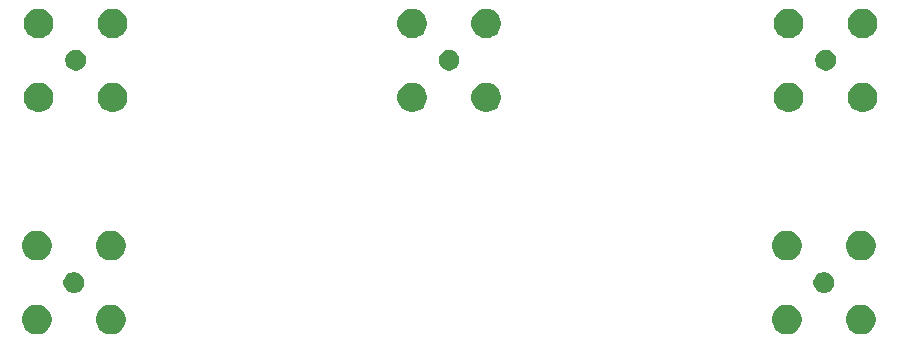
<source format=gbr>
G04 #@! TF.GenerationSoftware,KiCad,Pcbnew,(5.1.5)-3*
G04 #@! TF.CreationDate,2021-02-17T23:25:52-05:00*
G04 #@! TF.ProjectId,AM Bandpass Filter,414d2042-616e-4647-9061-73732046696c,rev?*
G04 #@! TF.SameCoordinates,Original*
G04 #@! TF.FileFunction,Soldermask,Bot*
G04 #@! TF.FilePolarity,Negative*
%FSLAX46Y46*%
G04 Gerber Fmt 4.6, Leading zero omitted, Abs format (unit mm)*
G04 Created by KiCad (PCBNEW (5.1.5)-3) date 2021-02-17 23:25:52*
%MOMM*%
%LPD*%
G04 APERTURE LIST*
%ADD10C,0.100000*%
G04 APERTURE END LIST*
D10*
G36*
X140764903Y-98667075D02*
G01*
X140992571Y-98761378D01*
X141197466Y-98898285D01*
X141371715Y-99072534D01*
X141508622Y-99277429D01*
X141602925Y-99505097D01*
X141651000Y-99746787D01*
X141651000Y-99993213D01*
X141602925Y-100234903D01*
X141508622Y-100462571D01*
X141371715Y-100667466D01*
X141197466Y-100841715D01*
X140992571Y-100978622D01*
X140992570Y-100978623D01*
X140992569Y-100978623D01*
X140764903Y-101072925D01*
X140523214Y-101121000D01*
X140276786Y-101121000D01*
X140035097Y-101072925D01*
X139807431Y-100978623D01*
X139807430Y-100978623D01*
X139807429Y-100978622D01*
X139602534Y-100841715D01*
X139428285Y-100667466D01*
X139291378Y-100462571D01*
X139197075Y-100234903D01*
X139149000Y-99993213D01*
X139149000Y-99746787D01*
X139197075Y-99505097D01*
X139291378Y-99277429D01*
X139428285Y-99072534D01*
X139602534Y-98898285D01*
X139807429Y-98761378D01*
X140035097Y-98667075D01*
X140276786Y-98619000D01*
X140523214Y-98619000D01*
X140764903Y-98667075D01*
G37*
G36*
X134504903Y-98667075D02*
G01*
X134732571Y-98761378D01*
X134937466Y-98898285D01*
X135111715Y-99072534D01*
X135248622Y-99277429D01*
X135342925Y-99505097D01*
X135391000Y-99746787D01*
X135391000Y-99993213D01*
X135342925Y-100234903D01*
X135248622Y-100462571D01*
X135111715Y-100667466D01*
X134937466Y-100841715D01*
X134732571Y-100978622D01*
X134732570Y-100978623D01*
X134732569Y-100978623D01*
X134504903Y-101072925D01*
X134263214Y-101121000D01*
X134016786Y-101121000D01*
X133775097Y-101072925D01*
X133547431Y-100978623D01*
X133547430Y-100978623D01*
X133547429Y-100978622D01*
X133342534Y-100841715D01*
X133168285Y-100667466D01*
X133031378Y-100462571D01*
X132937075Y-100234903D01*
X132889000Y-99993213D01*
X132889000Y-99746787D01*
X132937075Y-99505097D01*
X133031378Y-99277429D01*
X133168285Y-99072534D01*
X133342534Y-98898285D01*
X133547429Y-98761378D01*
X133775097Y-98667075D01*
X134016786Y-98619000D01*
X134263214Y-98619000D01*
X134504903Y-98667075D01*
G37*
G36*
X204264903Y-98667075D02*
G01*
X204492571Y-98761378D01*
X204697466Y-98898285D01*
X204871715Y-99072534D01*
X205008622Y-99277429D01*
X205102925Y-99505097D01*
X205151000Y-99746787D01*
X205151000Y-99993213D01*
X205102925Y-100234903D01*
X205008622Y-100462571D01*
X204871715Y-100667466D01*
X204697466Y-100841715D01*
X204492571Y-100978622D01*
X204492570Y-100978623D01*
X204492569Y-100978623D01*
X204264903Y-101072925D01*
X204023214Y-101121000D01*
X203776786Y-101121000D01*
X203535097Y-101072925D01*
X203307431Y-100978623D01*
X203307430Y-100978623D01*
X203307429Y-100978622D01*
X203102534Y-100841715D01*
X202928285Y-100667466D01*
X202791378Y-100462571D01*
X202697075Y-100234903D01*
X202649000Y-99993213D01*
X202649000Y-99746787D01*
X202697075Y-99505097D01*
X202791378Y-99277429D01*
X202928285Y-99072534D01*
X203102534Y-98898285D01*
X203307429Y-98761378D01*
X203535097Y-98667075D01*
X203776786Y-98619000D01*
X204023214Y-98619000D01*
X204264903Y-98667075D01*
G37*
G36*
X198004903Y-98667075D02*
G01*
X198232571Y-98761378D01*
X198437466Y-98898285D01*
X198611715Y-99072534D01*
X198748622Y-99277429D01*
X198842925Y-99505097D01*
X198891000Y-99746787D01*
X198891000Y-99993213D01*
X198842925Y-100234903D01*
X198748622Y-100462571D01*
X198611715Y-100667466D01*
X198437466Y-100841715D01*
X198232571Y-100978622D01*
X198232570Y-100978623D01*
X198232569Y-100978623D01*
X198004903Y-101072925D01*
X197763214Y-101121000D01*
X197516786Y-101121000D01*
X197275097Y-101072925D01*
X197047431Y-100978623D01*
X197047430Y-100978623D01*
X197047429Y-100978622D01*
X196842534Y-100841715D01*
X196668285Y-100667466D01*
X196531378Y-100462571D01*
X196437075Y-100234903D01*
X196389000Y-99993213D01*
X196389000Y-99746787D01*
X196437075Y-99505097D01*
X196531378Y-99277429D01*
X196668285Y-99072534D01*
X196842534Y-98898285D01*
X197047429Y-98761378D01*
X197275097Y-98667075D01*
X197516786Y-98619000D01*
X197763214Y-98619000D01*
X198004903Y-98667075D01*
G37*
G36*
X137525520Y-95897664D02*
G01*
X137684942Y-95963699D01*
X137828418Y-96059566D01*
X137950434Y-96181582D01*
X138046301Y-96325058D01*
X138112336Y-96484480D01*
X138146000Y-96653721D01*
X138146000Y-96826279D01*
X138112336Y-96995520D01*
X138046301Y-97154942D01*
X137950434Y-97298418D01*
X137828418Y-97420434D01*
X137684942Y-97516301D01*
X137525520Y-97582336D01*
X137440899Y-97599168D01*
X137356280Y-97616000D01*
X137183720Y-97616000D01*
X137099101Y-97599168D01*
X137014480Y-97582336D01*
X136855058Y-97516301D01*
X136711582Y-97420434D01*
X136589566Y-97298418D01*
X136493699Y-97154942D01*
X136427664Y-96995520D01*
X136394000Y-96826279D01*
X136394000Y-96653721D01*
X136427664Y-96484480D01*
X136493699Y-96325058D01*
X136589566Y-96181582D01*
X136711582Y-96059566D01*
X136855058Y-95963699D01*
X137014480Y-95897664D01*
X137183720Y-95864000D01*
X137356280Y-95864000D01*
X137525520Y-95897664D01*
G37*
G36*
X201025520Y-95897664D02*
G01*
X201184942Y-95963699D01*
X201328418Y-96059566D01*
X201450434Y-96181582D01*
X201546301Y-96325058D01*
X201612336Y-96484480D01*
X201646000Y-96653721D01*
X201646000Y-96826279D01*
X201612336Y-96995520D01*
X201546301Y-97154942D01*
X201450434Y-97298418D01*
X201328418Y-97420434D01*
X201184942Y-97516301D01*
X201025520Y-97582336D01*
X200940899Y-97599168D01*
X200856280Y-97616000D01*
X200683720Y-97616000D01*
X200599101Y-97599168D01*
X200514480Y-97582336D01*
X200355058Y-97516301D01*
X200211582Y-97420434D01*
X200089566Y-97298418D01*
X199993699Y-97154942D01*
X199927664Y-96995520D01*
X199894000Y-96826279D01*
X199894000Y-96653721D01*
X199927664Y-96484480D01*
X199993699Y-96325058D01*
X200089566Y-96181582D01*
X200211582Y-96059566D01*
X200355058Y-95963699D01*
X200514480Y-95897664D01*
X200683720Y-95864000D01*
X200856280Y-95864000D01*
X201025520Y-95897664D01*
G37*
G36*
X204264903Y-92407075D02*
G01*
X204492571Y-92501378D01*
X204697466Y-92638285D01*
X204871715Y-92812534D01*
X205008622Y-93017429D01*
X205102925Y-93245097D01*
X205151000Y-93486787D01*
X205151000Y-93733213D01*
X205102925Y-93974903D01*
X205008622Y-94202571D01*
X204871715Y-94407466D01*
X204697466Y-94581715D01*
X204492571Y-94718622D01*
X204492570Y-94718623D01*
X204492569Y-94718623D01*
X204264903Y-94812925D01*
X204023214Y-94861000D01*
X203776786Y-94861000D01*
X203535097Y-94812925D01*
X203307431Y-94718623D01*
X203307430Y-94718623D01*
X203307429Y-94718622D01*
X203102534Y-94581715D01*
X202928285Y-94407466D01*
X202791378Y-94202571D01*
X202697075Y-93974903D01*
X202649000Y-93733213D01*
X202649000Y-93486787D01*
X202697075Y-93245097D01*
X202791378Y-93017429D01*
X202928285Y-92812534D01*
X203102534Y-92638285D01*
X203307429Y-92501378D01*
X203535097Y-92407075D01*
X203776786Y-92359000D01*
X204023214Y-92359000D01*
X204264903Y-92407075D01*
G37*
G36*
X134504903Y-92407075D02*
G01*
X134732571Y-92501378D01*
X134937466Y-92638285D01*
X135111715Y-92812534D01*
X135248622Y-93017429D01*
X135342925Y-93245097D01*
X135391000Y-93486787D01*
X135391000Y-93733213D01*
X135342925Y-93974903D01*
X135248622Y-94202571D01*
X135111715Y-94407466D01*
X134937466Y-94581715D01*
X134732571Y-94718622D01*
X134732570Y-94718623D01*
X134732569Y-94718623D01*
X134504903Y-94812925D01*
X134263214Y-94861000D01*
X134016786Y-94861000D01*
X133775097Y-94812925D01*
X133547431Y-94718623D01*
X133547430Y-94718623D01*
X133547429Y-94718622D01*
X133342534Y-94581715D01*
X133168285Y-94407466D01*
X133031378Y-94202571D01*
X132937075Y-93974903D01*
X132889000Y-93733213D01*
X132889000Y-93486787D01*
X132937075Y-93245097D01*
X133031378Y-93017429D01*
X133168285Y-92812534D01*
X133342534Y-92638285D01*
X133547429Y-92501378D01*
X133775097Y-92407075D01*
X134016786Y-92359000D01*
X134263214Y-92359000D01*
X134504903Y-92407075D01*
G37*
G36*
X140764903Y-92407075D02*
G01*
X140992571Y-92501378D01*
X141197466Y-92638285D01*
X141371715Y-92812534D01*
X141508622Y-93017429D01*
X141602925Y-93245097D01*
X141651000Y-93486787D01*
X141651000Y-93733213D01*
X141602925Y-93974903D01*
X141508622Y-94202571D01*
X141371715Y-94407466D01*
X141197466Y-94581715D01*
X140992571Y-94718622D01*
X140992570Y-94718623D01*
X140992569Y-94718623D01*
X140764903Y-94812925D01*
X140523214Y-94861000D01*
X140276786Y-94861000D01*
X140035097Y-94812925D01*
X139807431Y-94718623D01*
X139807430Y-94718623D01*
X139807429Y-94718622D01*
X139602534Y-94581715D01*
X139428285Y-94407466D01*
X139291378Y-94202571D01*
X139197075Y-93974903D01*
X139149000Y-93733213D01*
X139149000Y-93486787D01*
X139197075Y-93245097D01*
X139291378Y-93017429D01*
X139428285Y-92812534D01*
X139602534Y-92638285D01*
X139807429Y-92501378D01*
X140035097Y-92407075D01*
X140276786Y-92359000D01*
X140523214Y-92359000D01*
X140764903Y-92407075D01*
G37*
G36*
X198004903Y-92407075D02*
G01*
X198232571Y-92501378D01*
X198437466Y-92638285D01*
X198611715Y-92812534D01*
X198748622Y-93017429D01*
X198842925Y-93245097D01*
X198891000Y-93486787D01*
X198891000Y-93733213D01*
X198842925Y-93974903D01*
X198748622Y-94202571D01*
X198611715Y-94407466D01*
X198437466Y-94581715D01*
X198232571Y-94718622D01*
X198232570Y-94718623D01*
X198232569Y-94718623D01*
X198004903Y-94812925D01*
X197763214Y-94861000D01*
X197516786Y-94861000D01*
X197275097Y-94812925D01*
X197047431Y-94718623D01*
X197047430Y-94718623D01*
X197047429Y-94718622D01*
X196842534Y-94581715D01*
X196668285Y-94407466D01*
X196531378Y-94202571D01*
X196437075Y-93974903D01*
X196389000Y-93733213D01*
X196389000Y-93486787D01*
X196437075Y-93245097D01*
X196531378Y-93017429D01*
X196668285Y-92812534D01*
X196842534Y-92638285D01*
X197047429Y-92501378D01*
X197275097Y-92407075D01*
X197516786Y-92359000D01*
X197763214Y-92359000D01*
X198004903Y-92407075D01*
G37*
G36*
X204424903Y-79857075D02*
G01*
X204652571Y-79951378D01*
X204857466Y-80088285D01*
X205031715Y-80262534D01*
X205168622Y-80467429D01*
X205262925Y-80695097D01*
X205311000Y-80936787D01*
X205311000Y-81183213D01*
X205262925Y-81424903D01*
X205168622Y-81652571D01*
X205031715Y-81857466D01*
X204857466Y-82031715D01*
X204652571Y-82168622D01*
X204652570Y-82168623D01*
X204652569Y-82168623D01*
X204424903Y-82262925D01*
X204183214Y-82311000D01*
X203936786Y-82311000D01*
X203695097Y-82262925D01*
X203467431Y-82168623D01*
X203467430Y-82168623D01*
X203467429Y-82168622D01*
X203262534Y-82031715D01*
X203088285Y-81857466D01*
X202951378Y-81652571D01*
X202857075Y-81424903D01*
X202809000Y-81183213D01*
X202809000Y-80936787D01*
X202857075Y-80695097D01*
X202951378Y-80467429D01*
X203088285Y-80262534D01*
X203262534Y-80088285D01*
X203467429Y-79951378D01*
X203695097Y-79857075D01*
X203936786Y-79809000D01*
X204183214Y-79809000D01*
X204424903Y-79857075D01*
G37*
G36*
X134664903Y-79857075D02*
G01*
X134892571Y-79951378D01*
X135097466Y-80088285D01*
X135271715Y-80262534D01*
X135408622Y-80467429D01*
X135502925Y-80695097D01*
X135551000Y-80936787D01*
X135551000Y-81183213D01*
X135502925Y-81424903D01*
X135408622Y-81652571D01*
X135271715Y-81857466D01*
X135097466Y-82031715D01*
X134892571Y-82168622D01*
X134892570Y-82168623D01*
X134892569Y-82168623D01*
X134664903Y-82262925D01*
X134423214Y-82311000D01*
X134176786Y-82311000D01*
X133935097Y-82262925D01*
X133707431Y-82168623D01*
X133707430Y-82168623D01*
X133707429Y-82168622D01*
X133502534Y-82031715D01*
X133328285Y-81857466D01*
X133191378Y-81652571D01*
X133097075Y-81424903D01*
X133049000Y-81183213D01*
X133049000Y-80936787D01*
X133097075Y-80695097D01*
X133191378Y-80467429D01*
X133328285Y-80262534D01*
X133502534Y-80088285D01*
X133707429Y-79951378D01*
X133935097Y-79857075D01*
X134176786Y-79809000D01*
X134423214Y-79809000D01*
X134664903Y-79857075D01*
G37*
G36*
X140924903Y-79857075D02*
G01*
X141152571Y-79951378D01*
X141357466Y-80088285D01*
X141531715Y-80262534D01*
X141668622Y-80467429D01*
X141762925Y-80695097D01*
X141811000Y-80936787D01*
X141811000Y-81183213D01*
X141762925Y-81424903D01*
X141668622Y-81652571D01*
X141531715Y-81857466D01*
X141357466Y-82031715D01*
X141152571Y-82168622D01*
X141152570Y-82168623D01*
X141152569Y-82168623D01*
X140924903Y-82262925D01*
X140683214Y-82311000D01*
X140436786Y-82311000D01*
X140195097Y-82262925D01*
X139967431Y-82168623D01*
X139967430Y-82168623D01*
X139967429Y-82168622D01*
X139762534Y-82031715D01*
X139588285Y-81857466D01*
X139451378Y-81652571D01*
X139357075Y-81424903D01*
X139309000Y-81183213D01*
X139309000Y-80936787D01*
X139357075Y-80695097D01*
X139451378Y-80467429D01*
X139588285Y-80262534D01*
X139762534Y-80088285D01*
X139967429Y-79951378D01*
X140195097Y-79857075D01*
X140436786Y-79809000D01*
X140683214Y-79809000D01*
X140924903Y-79857075D01*
G37*
G36*
X198164903Y-79857075D02*
G01*
X198392571Y-79951378D01*
X198597466Y-80088285D01*
X198771715Y-80262534D01*
X198908622Y-80467429D01*
X199002925Y-80695097D01*
X199051000Y-80936787D01*
X199051000Y-81183213D01*
X199002925Y-81424903D01*
X198908622Y-81652571D01*
X198771715Y-81857466D01*
X198597466Y-82031715D01*
X198392571Y-82168622D01*
X198392570Y-82168623D01*
X198392569Y-82168623D01*
X198164903Y-82262925D01*
X197923214Y-82311000D01*
X197676786Y-82311000D01*
X197435097Y-82262925D01*
X197207431Y-82168623D01*
X197207430Y-82168623D01*
X197207429Y-82168622D01*
X197002534Y-82031715D01*
X196828285Y-81857466D01*
X196691378Y-81652571D01*
X196597075Y-81424903D01*
X196549000Y-81183213D01*
X196549000Y-80936787D01*
X196597075Y-80695097D01*
X196691378Y-80467429D01*
X196828285Y-80262534D01*
X197002534Y-80088285D01*
X197207429Y-79951378D01*
X197435097Y-79857075D01*
X197676786Y-79809000D01*
X197923214Y-79809000D01*
X198164903Y-79857075D01*
G37*
G36*
X172547903Y-79857075D02*
G01*
X172775571Y-79951378D01*
X172980466Y-80088285D01*
X173154715Y-80262534D01*
X173291622Y-80467429D01*
X173385925Y-80695097D01*
X173434000Y-80936787D01*
X173434000Y-81183213D01*
X173385925Y-81424903D01*
X173291622Y-81652571D01*
X173154715Y-81857466D01*
X172980466Y-82031715D01*
X172775571Y-82168622D01*
X172775570Y-82168623D01*
X172775569Y-82168623D01*
X172547903Y-82262925D01*
X172306214Y-82311000D01*
X172059786Y-82311000D01*
X171818097Y-82262925D01*
X171590431Y-82168623D01*
X171590430Y-82168623D01*
X171590429Y-82168622D01*
X171385534Y-82031715D01*
X171211285Y-81857466D01*
X171074378Y-81652571D01*
X170980075Y-81424903D01*
X170932000Y-81183213D01*
X170932000Y-80936787D01*
X170980075Y-80695097D01*
X171074378Y-80467429D01*
X171211285Y-80262534D01*
X171385534Y-80088285D01*
X171590429Y-79951378D01*
X171818097Y-79857075D01*
X172059786Y-79809000D01*
X172306214Y-79809000D01*
X172547903Y-79857075D01*
G37*
G36*
X166287903Y-79857075D02*
G01*
X166515571Y-79951378D01*
X166720466Y-80088285D01*
X166894715Y-80262534D01*
X167031622Y-80467429D01*
X167125925Y-80695097D01*
X167174000Y-80936787D01*
X167174000Y-81183213D01*
X167125925Y-81424903D01*
X167031622Y-81652571D01*
X166894715Y-81857466D01*
X166720466Y-82031715D01*
X166515571Y-82168622D01*
X166515570Y-82168623D01*
X166515569Y-82168623D01*
X166287903Y-82262925D01*
X166046214Y-82311000D01*
X165799786Y-82311000D01*
X165558097Y-82262925D01*
X165330431Y-82168623D01*
X165330430Y-82168623D01*
X165330429Y-82168622D01*
X165125534Y-82031715D01*
X164951285Y-81857466D01*
X164814378Y-81652571D01*
X164720075Y-81424903D01*
X164672000Y-81183213D01*
X164672000Y-80936787D01*
X164720075Y-80695097D01*
X164814378Y-80467429D01*
X164951285Y-80262534D01*
X165125534Y-80088285D01*
X165330429Y-79951378D01*
X165558097Y-79857075D01*
X165799786Y-79809000D01*
X166046214Y-79809000D01*
X166287903Y-79857075D01*
G37*
G36*
X137600899Y-77070832D02*
G01*
X137685520Y-77087664D01*
X137844942Y-77153699D01*
X137988418Y-77249566D01*
X138110434Y-77371582D01*
X138206301Y-77515058D01*
X138272336Y-77674480D01*
X138306000Y-77843721D01*
X138306000Y-78016279D01*
X138272336Y-78185520D01*
X138206301Y-78344942D01*
X138110434Y-78488418D01*
X137988418Y-78610434D01*
X137844942Y-78706301D01*
X137685520Y-78772336D01*
X137516280Y-78806000D01*
X137343720Y-78806000D01*
X137174480Y-78772336D01*
X137015058Y-78706301D01*
X136871582Y-78610434D01*
X136749566Y-78488418D01*
X136653699Y-78344942D01*
X136587664Y-78185520D01*
X136554000Y-78016279D01*
X136554000Y-77843721D01*
X136587664Y-77674480D01*
X136653699Y-77515058D01*
X136749566Y-77371582D01*
X136871582Y-77249566D01*
X137015058Y-77153699D01*
X137174480Y-77087664D01*
X137259101Y-77070832D01*
X137343720Y-77054000D01*
X137516280Y-77054000D01*
X137600899Y-77070832D01*
G37*
G36*
X169223899Y-77070832D02*
G01*
X169308520Y-77087664D01*
X169467942Y-77153699D01*
X169611418Y-77249566D01*
X169733434Y-77371582D01*
X169829301Y-77515058D01*
X169895336Y-77674480D01*
X169929000Y-77843721D01*
X169929000Y-78016279D01*
X169895336Y-78185520D01*
X169829301Y-78344942D01*
X169733434Y-78488418D01*
X169611418Y-78610434D01*
X169467942Y-78706301D01*
X169308520Y-78772336D01*
X169139280Y-78806000D01*
X168966720Y-78806000D01*
X168797480Y-78772336D01*
X168638058Y-78706301D01*
X168494582Y-78610434D01*
X168372566Y-78488418D01*
X168276699Y-78344942D01*
X168210664Y-78185520D01*
X168177000Y-78016279D01*
X168177000Y-77843721D01*
X168210664Y-77674480D01*
X168276699Y-77515058D01*
X168372566Y-77371582D01*
X168494582Y-77249566D01*
X168638058Y-77153699D01*
X168797480Y-77087664D01*
X168882101Y-77070832D01*
X168966720Y-77054000D01*
X169139280Y-77054000D01*
X169223899Y-77070832D01*
G37*
G36*
X201100899Y-77070832D02*
G01*
X201185520Y-77087664D01*
X201344942Y-77153699D01*
X201488418Y-77249566D01*
X201610434Y-77371582D01*
X201706301Y-77515058D01*
X201772336Y-77674480D01*
X201806000Y-77843721D01*
X201806000Y-78016279D01*
X201772336Y-78185520D01*
X201706301Y-78344942D01*
X201610434Y-78488418D01*
X201488418Y-78610434D01*
X201344942Y-78706301D01*
X201185520Y-78772336D01*
X201016280Y-78806000D01*
X200843720Y-78806000D01*
X200674480Y-78772336D01*
X200515058Y-78706301D01*
X200371582Y-78610434D01*
X200249566Y-78488418D01*
X200153699Y-78344942D01*
X200087664Y-78185520D01*
X200054000Y-78016279D01*
X200054000Y-77843721D01*
X200087664Y-77674480D01*
X200153699Y-77515058D01*
X200249566Y-77371582D01*
X200371582Y-77249566D01*
X200515058Y-77153699D01*
X200674480Y-77087664D01*
X200759101Y-77070832D01*
X200843720Y-77054000D01*
X201016280Y-77054000D01*
X201100899Y-77070832D01*
G37*
G36*
X198164903Y-73597075D02*
G01*
X198392571Y-73691378D01*
X198597466Y-73828285D01*
X198771715Y-74002534D01*
X198908622Y-74207429D01*
X199002925Y-74435097D01*
X199051000Y-74676787D01*
X199051000Y-74923213D01*
X199002925Y-75164903D01*
X198908622Y-75392571D01*
X198771715Y-75597466D01*
X198597466Y-75771715D01*
X198392571Y-75908622D01*
X198392570Y-75908623D01*
X198392569Y-75908623D01*
X198164903Y-76002925D01*
X197923214Y-76051000D01*
X197676786Y-76051000D01*
X197435097Y-76002925D01*
X197207431Y-75908623D01*
X197207430Y-75908623D01*
X197207429Y-75908622D01*
X197002534Y-75771715D01*
X196828285Y-75597466D01*
X196691378Y-75392571D01*
X196597075Y-75164903D01*
X196549000Y-74923213D01*
X196549000Y-74676787D01*
X196597075Y-74435097D01*
X196691378Y-74207429D01*
X196828285Y-74002534D01*
X197002534Y-73828285D01*
X197207429Y-73691378D01*
X197435097Y-73597075D01*
X197676786Y-73549000D01*
X197923214Y-73549000D01*
X198164903Y-73597075D01*
G37*
G36*
X172547903Y-73597075D02*
G01*
X172775571Y-73691378D01*
X172980466Y-73828285D01*
X173154715Y-74002534D01*
X173291622Y-74207429D01*
X173385925Y-74435097D01*
X173434000Y-74676787D01*
X173434000Y-74923213D01*
X173385925Y-75164903D01*
X173291622Y-75392571D01*
X173154715Y-75597466D01*
X172980466Y-75771715D01*
X172775571Y-75908622D01*
X172775570Y-75908623D01*
X172775569Y-75908623D01*
X172547903Y-76002925D01*
X172306214Y-76051000D01*
X172059786Y-76051000D01*
X171818097Y-76002925D01*
X171590431Y-75908623D01*
X171590430Y-75908623D01*
X171590429Y-75908622D01*
X171385534Y-75771715D01*
X171211285Y-75597466D01*
X171074378Y-75392571D01*
X170980075Y-75164903D01*
X170932000Y-74923213D01*
X170932000Y-74676787D01*
X170980075Y-74435097D01*
X171074378Y-74207429D01*
X171211285Y-74002534D01*
X171385534Y-73828285D01*
X171590429Y-73691378D01*
X171818097Y-73597075D01*
X172059786Y-73549000D01*
X172306214Y-73549000D01*
X172547903Y-73597075D01*
G37*
G36*
X166287903Y-73597075D02*
G01*
X166515571Y-73691378D01*
X166720466Y-73828285D01*
X166894715Y-74002534D01*
X167031622Y-74207429D01*
X167125925Y-74435097D01*
X167174000Y-74676787D01*
X167174000Y-74923213D01*
X167125925Y-75164903D01*
X167031622Y-75392571D01*
X166894715Y-75597466D01*
X166720466Y-75771715D01*
X166515571Y-75908622D01*
X166515570Y-75908623D01*
X166515569Y-75908623D01*
X166287903Y-76002925D01*
X166046214Y-76051000D01*
X165799786Y-76051000D01*
X165558097Y-76002925D01*
X165330431Y-75908623D01*
X165330430Y-75908623D01*
X165330429Y-75908622D01*
X165125534Y-75771715D01*
X164951285Y-75597466D01*
X164814378Y-75392571D01*
X164720075Y-75164903D01*
X164672000Y-74923213D01*
X164672000Y-74676787D01*
X164720075Y-74435097D01*
X164814378Y-74207429D01*
X164951285Y-74002534D01*
X165125534Y-73828285D01*
X165330429Y-73691378D01*
X165558097Y-73597075D01*
X165799786Y-73549000D01*
X166046214Y-73549000D01*
X166287903Y-73597075D01*
G37*
G36*
X204424903Y-73597075D02*
G01*
X204652571Y-73691378D01*
X204857466Y-73828285D01*
X205031715Y-74002534D01*
X205168622Y-74207429D01*
X205262925Y-74435097D01*
X205311000Y-74676787D01*
X205311000Y-74923213D01*
X205262925Y-75164903D01*
X205168622Y-75392571D01*
X205031715Y-75597466D01*
X204857466Y-75771715D01*
X204652571Y-75908622D01*
X204652570Y-75908623D01*
X204652569Y-75908623D01*
X204424903Y-76002925D01*
X204183214Y-76051000D01*
X203936786Y-76051000D01*
X203695097Y-76002925D01*
X203467431Y-75908623D01*
X203467430Y-75908623D01*
X203467429Y-75908622D01*
X203262534Y-75771715D01*
X203088285Y-75597466D01*
X202951378Y-75392571D01*
X202857075Y-75164903D01*
X202809000Y-74923213D01*
X202809000Y-74676787D01*
X202857075Y-74435097D01*
X202951378Y-74207429D01*
X203088285Y-74002534D01*
X203262534Y-73828285D01*
X203467429Y-73691378D01*
X203695097Y-73597075D01*
X203936786Y-73549000D01*
X204183214Y-73549000D01*
X204424903Y-73597075D01*
G37*
G36*
X134664903Y-73597075D02*
G01*
X134892571Y-73691378D01*
X135097466Y-73828285D01*
X135271715Y-74002534D01*
X135408622Y-74207429D01*
X135502925Y-74435097D01*
X135551000Y-74676787D01*
X135551000Y-74923213D01*
X135502925Y-75164903D01*
X135408622Y-75392571D01*
X135271715Y-75597466D01*
X135097466Y-75771715D01*
X134892571Y-75908622D01*
X134892570Y-75908623D01*
X134892569Y-75908623D01*
X134664903Y-76002925D01*
X134423214Y-76051000D01*
X134176786Y-76051000D01*
X133935097Y-76002925D01*
X133707431Y-75908623D01*
X133707430Y-75908623D01*
X133707429Y-75908622D01*
X133502534Y-75771715D01*
X133328285Y-75597466D01*
X133191378Y-75392571D01*
X133097075Y-75164903D01*
X133049000Y-74923213D01*
X133049000Y-74676787D01*
X133097075Y-74435097D01*
X133191378Y-74207429D01*
X133328285Y-74002534D01*
X133502534Y-73828285D01*
X133707429Y-73691378D01*
X133935097Y-73597075D01*
X134176786Y-73549000D01*
X134423214Y-73549000D01*
X134664903Y-73597075D01*
G37*
G36*
X140924903Y-73597075D02*
G01*
X141152571Y-73691378D01*
X141357466Y-73828285D01*
X141531715Y-74002534D01*
X141668622Y-74207429D01*
X141762925Y-74435097D01*
X141811000Y-74676787D01*
X141811000Y-74923213D01*
X141762925Y-75164903D01*
X141668622Y-75392571D01*
X141531715Y-75597466D01*
X141357466Y-75771715D01*
X141152571Y-75908622D01*
X141152570Y-75908623D01*
X141152569Y-75908623D01*
X140924903Y-76002925D01*
X140683214Y-76051000D01*
X140436786Y-76051000D01*
X140195097Y-76002925D01*
X139967431Y-75908623D01*
X139967430Y-75908623D01*
X139967429Y-75908622D01*
X139762534Y-75771715D01*
X139588285Y-75597466D01*
X139451378Y-75392571D01*
X139357075Y-75164903D01*
X139309000Y-74923213D01*
X139309000Y-74676787D01*
X139357075Y-74435097D01*
X139451378Y-74207429D01*
X139588285Y-74002534D01*
X139762534Y-73828285D01*
X139967429Y-73691378D01*
X140195097Y-73597075D01*
X140436786Y-73549000D01*
X140683214Y-73549000D01*
X140924903Y-73597075D01*
G37*
M02*

</source>
